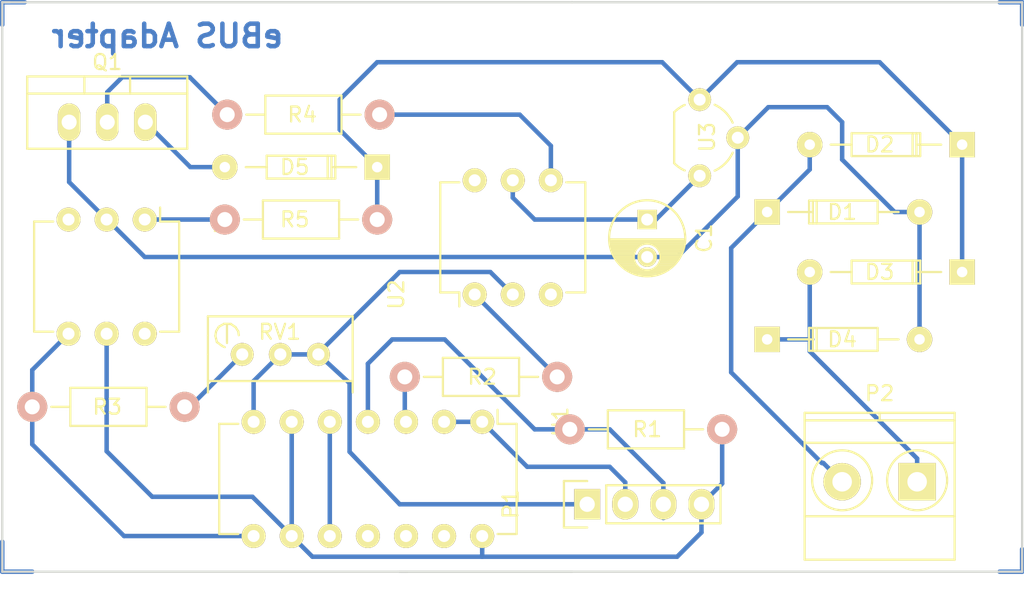
<source format=kicad_pcb>
(kicad_pcb (version 4) (host pcbnew 4.0.2-stable)

  (general
    (links 38)
    (no_connects 0)
    (area 11.924999 11.924999 80.075001 50.075001)
    (thickness 1.6)
    (drawings 10)
    (tracks 111)
    (zones 0)
    (modules 19)
    (nets 21)
  )

  (page A4)
  (layers
    (0 F.Cu signal)
    (31 B.Cu signal)
    (32 B.Adhes user)
    (33 F.Adhes user)
    (34 B.Paste user)
    (35 F.Paste user)
    (36 B.SilkS user)
    (37 F.SilkS user)
    (38 B.Mask user)
    (39 F.Mask user)
    (40 Dwgs.User user)
    (41 Cmts.User user)
    (42 Eco1.User user)
    (43 Eco2.User user)
    (44 Edge.Cuts user)
    (45 Margin user)
    (46 B.CrtYd user)
    (47 F.CrtYd user)
    (48 B.Fab user)
    (49 F.Fab user)
  )

  (setup
    (last_trace_width 0.3)
    (trace_clearance 0.2)
    (zone_clearance 0.508)
    (zone_45_only no)
    (trace_min 0.2)
    (segment_width 0.2)
    (edge_width 0.15)
    (via_size 0.6)
    (via_drill 0.4)
    (via_min_size 0.4)
    (via_min_drill 0.3)
    (uvia_size 0.3)
    (uvia_drill 0.1)
    (uvias_allowed no)
    (uvia_min_size 0.2)
    (uvia_min_drill 0.1)
    (pcb_text_width 0.3)
    (pcb_text_size 1.5 1.5)
    (mod_edge_width 0.15)
    (mod_text_size 1 1)
    (mod_text_width 0.15)
    (pad_size 1.524 1.524)
    (pad_drill 0.762)
    (pad_to_mask_clearance 0.2)
    (aux_axis_origin 0 0)
    (visible_elements FFFFFF7F)
    (pcbplotparams
      (layerselection 0x010f0_80000001)
      (usegerberextensions false)
      (excludeedgelayer true)
      (linewidth 0.100000)
      (plotframeref false)
      (viasonmask false)
      (mode 1)
      (useauxorigin false)
      (hpglpennumber 1)
      (hpglpenspeed 20)
      (hpglpendiameter 15)
      (hpglpenoverlay 2)
      (psnegative false)
      (psa4output false)
      (plotreference true)
      (plotvalue true)
      (plotinvisibletext false)
      (padsonsilk false)
      (subtractmaskfromsilk false)
      (outputformat 1)
      (mirror false)
      (drillshape 0)
      (scaleselection 1)
      (outputdirectory gerbers))
  )

  (net 0 "")
  (net 1 "Net-(C1-Pad1)")
  (net 2 "Net-(C1-Pad2)")
  (net 3 EBUS1)
  (net 4 EBUS2)
  (net 5 "Net-(D5-Pad2)")
  (net 6 "Net-(Q1-Pad2)")
  (net 7 VDD)
  (net 8 RXD)
  (net 9 "Net-(R2-Pad1)")
  (net 10 "Net-(R2-Pad2)")
  (net 11 "Net-(R3-Pad1)")
  (net 12 "Net-(R3-Pad2)")
  (net 13 "Net-(R4-Pad2)")
  (net 14 "Net-(R5-Pad2)")
  (net 15 GND)
  (net 16 TXD)
  (net 17 "Net-(U1-Pad10)")
  (net 18 "Net-(U2-Pad6)")
  (net 19 "Net-(U4-Pad6)")
  (net 20 "Net-(D2-Pad1)")

  (net_class Default "This is the default net class."
    (clearance 0.2)
    (trace_width 0.3)
    (via_dia 0.6)
    (via_drill 0.4)
    (uvia_dia 0.3)
    (uvia_drill 0.1)
    (add_net EBUS1)
    (add_net EBUS2)
    (add_net GND)
    (add_net "Net-(C1-Pad1)")
    (add_net "Net-(C1-Pad2)")
    (add_net "Net-(D2-Pad1)")
    (add_net "Net-(D5-Pad2)")
    (add_net "Net-(Q1-Pad2)")
    (add_net "Net-(R2-Pad1)")
    (add_net "Net-(R2-Pad2)")
    (add_net "Net-(R3-Pad1)")
    (add_net "Net-(R3-Pad2)")
    (add_net "Net-(R4-Pad2)")
    (add_net "Net-(R5-Pad2)")
    (add_net "Net-(U1-Pad10)")
    (add_net "Net-(U2-Pad6)")
    (add_net "Net-(U4-Pad6)")
    (add_net RXD)
    (add_net TXD)
    (add_net VDD)
  )

  (module Capacitors_ThroughHole:C_Radial_D5_L6_P2.5 (layer F.Cu) (tedit 0) (tstamp 57E43E4C)
    (at 55 26.5 270)
    (descr "Radial Electrolytic Capacitor Diameter 5mm x Length 6mm, Pitch 2.5mm")
    (tags "Electrolytic Capacitor")
    (path /57E435D0)
    (fp_text reference C1 (at 1.25 -3.8 270) (layer F.SilkS)
      (effects (font (size 1 1) (thickness 0.15)))
    )
    (fp_text value CP (at 1.25 3.8 270) (layer F.Fab)
      (effects (font (size 1 1) (thickness 0.15)))
    )
    (fp_line (start 1.325 -2.499) (end 1.325 2.499) (layer F.SilkS) (width 0.15))
    (fp_line (start 1.465 -2.491) (end 1.465 2.491) (layer F.SilkS) (width 0.15))
    (fp_line (start 1.605 -2.475) (end 1.605 -0.095) (layer F.SilkS) (width 0.15))
    (fp_line (start 1.605 0.095) (end 1.605 2.475) (layer F.SilkS) (width 0.15))
    (fp_line (start 1.745 -2.451) (end 1.745 -0.49) (layer F.SilkS) (width 0.15))
    (fp_line (start 1.745 0.49) (end 1.745 2.451) (layer F.SilkS) (width 0.15))
    (fp_line (start 1.885 -2.418) (end 1.885 -0.657) (layer F.SilkS) (width 0.15))
    (fp_line (start 1.885 0.657) (end 1.885 2.418) (layer F.SilkS) (width 0.15))
    (fp_line (start 2.025 -2.377) (end 2.025 -0.764) (layer F.SilkS) (width 0.15))
    (fp_line (start 2.025 0.764) (end 2.025 2.377) (layer F.SilkS) (width 0.15))
    (fp_line (start 2.165 -2.327) (end 2.165 -0.835) (layer F.SilkS) (width 0.15))
    (fp_line (start 2.165 0.835) (end 2.165 2.327) (layer F.SilkS) (width 0.15))
    (fp_line (start 2.305 -2.266) (end 2.305 -0.879) (layer F.SilkS) (width 0.15))
    (fp_line (start 2.305 0.879) (end 2.305 2.266) (layer F.SilkS) (width 0.15))
    (fp_line (start 2.445 -2.196) (end 2.445 -0.898) (layer F.SilkS) (width 0.15))
    (fp_line (start 2.445 0.898) (end 2.445 2.196) (layer F.SilkS) (width 0.15))
    (fp_line (start 2.585 -2.114) (end 2.585 -0.896) (layer F.SilkS) (width 0.15))
    (fp_line (start 2.585 0.896) (end 2.585 2.114) (layer F.SilkS) (width 0.15))
    (fp_line (start 2.725 -2.019) (end 2.725 -0.871) (layer F.SilkS) (width 0.15))
    (fp_line (start 2.725 0.871) (end 2.725 2.019) (layer F.SilkS) (width 0.15))
    (fp_line (start 2.865 -1.908) (end 2.865 -0.823) (layer F.SilkS) (width 0.15))
    (fp_line (start 2.865 0.823) (end 2.865 1.908) (layer F.SilkS) (width 0.15))
    (fp_line (start 3.005 -1.78) (end 3.005 -0.745) (layer F.SilkS) (width 0.15))
    (fp_line (start 3.005 0.745) (end 3.005 1.78) (layer F.SilkS) (width 0.15))
    (fp_line (start 3.145 -1.631) (end 3.145 -0.628) (layer F.SilkS) (width 0.15))
    (fp_line (start 3.145 0.628) (end 3.145 1.631) (layer F.SilkS) (width 0.15))
    (fp_line (start 3.285 -1.452) (end 3.285 -0.44) (layer F.SilkS) (width 0.15))
    (fp_line (start 3.285 0.44) (end 3.285 1.452) (layer F.SilkS) (width 0.15))
    (fp_line (start 3.425 -1.233) (end 3.425 1.233) (layer F.SilkS) (width 0.15))
    (fp_line (start 3.565 -0.944) (end 3.565 0.944) (layer F.SilkS) (width 0.15))
    (fp_line (start 3.705 -0.472) (end 3.705 0.472) (layer F.SilkS) (width 0.15))
    (fp_circle (center 2.5 0) (end 2.5 -0.9) (layer F.SilkS) (width 0.15))
    (fp_circle (center 1.25 0) (end 1.25 -2.5375) (layer F.SilkS) (width 0.15))
    (fp_circle (center 1.25 0) (end 1.25 -2.8) (layer F.CrtYd) (width 0.05))
    (pad 1 thru_hole rect (at 0 0 270) (size 1.3 1.3) (drill 0.8) (layers *.Cu *.Mask F.SilkS)
      (net 1 "Net-(C1-Pad1)"))
    (pad 2 thru_hole circle (at 2.5 0 270) (size 1.3 1.3) (drill 0.8) (layers *.Cu *.Mask F.SilkS)
      (net 2 "Net-(C1-Pad2)"))
    (model Capacitors_ThroughHole.3dshapes/C_Radial_D5_L6_P2.5.wrl
      (at (xyz 0.0492126 0 0))
      (scale (xyz 1 1 1))
      (rotate (xyz 0 0 90))
    )
  )

  (module Diodes_ThroughHole:Diode_DO-35_SOD27_Horizontal_RM10 (layer F.Cu) (tedit 57E4F0B9) (tstamp 57E43E5B)
    (at 63 26)
    (descr "Diode, DO-35,  SOD27, Horizontal, RM 10mm")
    (tags "Diode, DO-35, SOD27, Horizontal, RM 10mm, 1N4148,")
    (path /57E456DB)
    (fp_text reference D1 (at 5 0) (layer F.SilkS)
      (effects (font (size 1 1) (thickness 0.15)))
    )
    (fp_text value 1N4148 (at 5 1.5) (layer F.Fab)
      (effects (font (size 1 1) (thickness 0.15)))
    )
    (fp_line (start 7.36652 -0.00254) (end 8.76352 -0.00254) (layer F.SilkS) (width 0.15))
    (fp_line (start 2.92152 -0.00254) (end 1.39752 -0.00254) (layer F.SilkS) (width 0.15))
    (fp_line (start 3.30252 -0.76454) (end 3.30252 0.75946) (layer F.SilkS) (width 0.15))
    (fp_line (start 3.04852 -0.76454) (end 3.04852 0.75946) (layer F.SilkS) (width 0.15))
    (fp_line (start 2.79452 -0.00254) (end 2.79452 0.75946) (layer F.SilkS) (width 0.15))
    (fp_line (start 2.79452 0.75946) (end 7.36652 0.75946) (layer F.SilkS) (width 0.15))
    (fp_line (start 7.36652 0.75946) (end 7.36652 -0.76454) (layer F.SilkS) (width 0.15))
    (fp_line (start 7.36652 -0.76454) (end 2.79452 -0.76454) (layer F.SilkS) (width 0.15))
    (fp_line (start 2.79452 -0.76454) (end 2.79452 -0.00254) (layer F.SilkS) (width 0.15))
    (pad 2 thru_hole circle (at 10.16052 -0.00254 180) (size 1.69926 1.69926) (drill 0.70104) (layers *.Cu *.Mask F.SilkS)
      (net 2 "Net-(C1-Pad2)"))
    (pad 1 thru_hole rect (at 0.00052 -0.00254 180) (size 1.69926 1.69926) (drill 0.70104) (layers *.Cu *.Mask F.SilkS)
      (net 3 EBUS1))
    (model Diodes_ThroughHole.3dshapes/Diode_DO-35_SOD27_Horizontal_RM10.wrl
      (at (xyz 0.2 0 0))
      (scale (xyz 0.4 0.4 0.4))
      (rotate (xyz 0 0 180))
    )
  )

  (module Diodes_ThroughHole:Diode_DO-35_SOD27_Horizontal_RM10 (layer F.Cu) (tedit 57E4F0B7) (tstamp 57E43E6A)
    (at 76 21.5 180)
    (descr "Diode, DO-35,  SOD27, Horizontal, RM 10mm")
    (tags "Diode, DO-35, SOD27, Horizontal, RM 10mm, 1N4148,")
    (path /57E45729)
    (fp_text reference D2 (at 5.5 0 180) (layer F.SilkS)
      (effects (font (size 1 1) (thickness 0.15)))
    )
    (fp_text value 1N4148 (at 5 -1.5 180) (layer F.Fab)
      (effects (font (size 1 1) (thickness 0.15)))
    )
    (fp_line (start 7.36652 -0.00254) (end 8.76352 -0.00254) (layer F.SilkS) (width 0.15))
    (fp_line (start 2.92152 -0.00254) (end 1.39752 -0.00254) (layer F.SilkS) (width 0.15))
    (fp_line (start 3.30252 -0.76454) (end 3.30252 0.75946) (layer F.SilkS) (width 0.15))
    (fp_line (start 3.04852 -0.76454) (end 3.04852 0.75946) (layer F.SilkS) (width 0.15))
    (fp_line (start 2.79452 -0.00254) (end 2.79452 0.75946) (layer F.SilkS) (width 0.15))
    (fp_line (start 2.79452 0.75946) (end 7.36652 0.75946) (layer F.SilkS) (width 0.15))
    (fp_line (start 7.36652 0.75946) (end 7.36652 -0.76454) (layer F.SilkS) (width 0.15))
    (fp_line (start 7.36652 -0.76454) (end 2.79452 -0.76454) (layer F.SilkS) (width 0.15))
    (fp_line (start 2.79452 -0.76454) (end 2.79452 -0.00254) (layer F.SilkS) (width 0.15))
    (pad 2 thru_hole circle (at 10.16052 -0.00254) (size 1.69926 1.69926) (drill 0.70104) (layers *.Cu *.Mask F.SilkS)
      (net 3 EBUS1))
    (pad 1 thru_hole rect (at 0.00052 -0.00254) (size 1.69926 1.69926) (drill 0.70104) (layers *.Cu *.Mask F.SilkS)
      (net 20 "Net-(D2-Pad1)"))
    (model Diodes_ThroughHole.3dshapes/Diode_DO-35_SOD27_Horizontal_RM10.wrl
      (at (xyz 0.2 0 0))
      (scale (xyz 0.4 0.4 0.4))
      (rotate (xyz 0 0 180))
    )
  )

  (module Diodes_ThroughHole:Diode_DO-35_SOD27_Horizontal_RM10 (layer F.Cu) (tedit 57E4F0AC) (tstamp 57E43E79)
    (at 76 30 180)
    (descr "Diode, DO-35,  SOD27, Horizontal, RM 10mm")
    (tags "Diode, DO-35, SOD27, Horizontal, RM 10mm, 1N4148,")
    (path /57E45775)
    (fp_text reference D3 (at 5.5 0 180) (layer F.SilkS)
      (effects (font (size 1 1) (thickness 0.15)))
    )
    (fp_text value 1N4148 (at 5 -1.5 180) (layer F.Fab)
      (effects (font (size 1 1) (thickness 0.15)))
    )
    (fp_line (start 7.36652 -0.00254) (end 8.76352 -0.00254) (layer F.SilkS) (width 0.15))
    (fp_line (start 2.92152 -0.00254) (end 1.39752 -0.00254) (layer F.SilkS) (width 0.15))
    (fp_line (start 3.30252 -0.76454) (end 3.30252 0.75946) (layer F.SilkS) (width 0.15))
    (fp_line (start 3.04852 -0.76454) (end 3.04852 0.75946) (layer F.SilkS) (width 0.15))
    (fp_line (start 2.79452 -0.00254) (end 2.79452 0.75946) (layer F.SilkS) (width 0.15))
    (fp_line (start 2.79452 0.75946) (end 7.36652 0.75946) (layer F.SilkS) (width 0.15))
    (fp_line (start 7.36652 0.75946) (end 7.36652 -0.76454) (layer F.SilkS) (width 0.15))
    (fp_line (start 7.36652 -0.76454) (end 2.79452 -0.76454) (layer F.SilkS) (width 0.15))
    (fp_line (start 2.79452 -0.76454) (end 2.79452 -0.00254) (layer F.SilkS) (width 0.15))
    (pad 2 thru_hole circle (at 10.16052 -0.00254) (size 1.69926 1.69926) (drill 0.70104) (layers *.Cu *.Mask F.SilkS)
      (net 4 EBUS2))
    (pad 1 thru_hole rect (at 0.00052 -0.00254) (size 1.69926 1.69926) (drill 0.70104) (layers *.Cu *.Mask F.SilkS)
      (net 20 "Net-(D2-Pad1)"))
    (model Diodes_ThroughHole.3dshapes/Diode_DO-35_SOD27_Horizontal_RM10.wrl
      (at (xyz 0.2 0 0))
      (scale (xyz 0.4 0.4 0.4))
      (rotate (xyz 0 0 180))
    )
  )

  (module Diodes_ThroughHole:Diode_DO-35_SOD27_Horizontal_RM10 (layer F.Cu) (tedit 57E4F0A7) (tstamp 57E43E88)
    (at 63 34.5)
    (descr "Diode, DO-35,  SOD27, Horizontal, RM 10mm")
    (tags "Diode, DO-35, SOD27, Horizontal, RM 10mm, 1N4148,")
    (path /57E457DF)
    (fp_text reference D4 (at 5 0) (layer F.SilkS)
      (effects (font (size 1 1) (thickness 0.15)))
    )
    (fp_text value 1N4148 (at 5 1.5) (layer F.Fab)
      (effects (font (size 1 1) (thickness 0.15)))
    )
    (fp_line (start 7.36652 -0.00254) (end 8.76352 -0.00254) (layer F.SilkS) (width 0.15))
    (fp_line (start 2.92152 -0.00254) (end 1.39752 -0.00254) (layer F.SilkS) (width 0.15))
    (fp_line (start 3.30252 -0.76454) (end 3.30252 0.75946) (layer F.SilkS) (width 0.15))
    (fp_line (start 3.04852 -0.76454) (end 3.04852 0.75946) (layer F.SilkS) (width 0.15))
    (fp_line (start 2.79452 -0.00254) (end 2.79452 0.75946) (layer F.SilkS) (width 0.15))
    (fp_line (start 2.79452 0.75946) (end 7.36652 0.75946) (layer F.SilkS) (width 0.15))
    (fp_line (start 7.36652 0.75946) (end 7.36652 -0.76454) (layer F.SilkS) (width 0.15))
    (fp_line (start 7.36652 -0.76454) (end 2.79452 -0.76454) (layer F.SilkS) (width 0.15))
    (fp_line (start 2.79452 -0.76454) (end 2.79452 -0.00254) (layer F.SilkS) (width 0.15))
    (pad 2 thru_hole circle (at 10.16052 -0.00254 180) (size 1.69926 1.69926) (drill 0.70104) (layers *.Cu *.Mask F.SilkS)
      (net 2 "Net-(C1-Pad2)"))
    (pad 1 thru_hole rect (at 0.00052 -0.00254 180) (size 1.69926 1.69926) (drill 0.70104) (layers *.Cu *.Mask F.SilkS)
      (net 4 EBUS2))
    (model Diodes_ThroughHole.3dshapes/Diode_DO-35_SOD27_Horizontal_RM10.wrl
      (at (xyz 0.2 0 0))
      (scale (xyz 0.4 0.4 0.4))
      (rotate (xyz 0 0 180))
    )
  )

  (module Diodes_ThroughHole:Diode_DO-35_SOD27_Horizontal_RM10 (layer F.Cu) (tedit 57E4F10A) (tstamp 57E43E97)
    (at 37 23 180)
    (descr "Diode, DO-35,  SOD27, Horizontal, RM 10mm")
    (tags "Diode, DO-35, SOD27, Horizontal, RM 10mm, 1N4148,")
    (path /57E433F4)
    (fp_text reference D5 (at 5.5 0 180) (layer F.SilkS)
      (effects (font (size 1 1) (thickness 0.15)))
    )
    (fp_text value "ZPY7.5V 1.3W" (at 5 -1.5 180) (layer F.Fab)
      (effects (font (size 1 1) (thickness 0.15)))
    )
    (fp_line (start 7.36652 -0.00254) (end 8.76352 -0.00254) (layer F.SilkS) (width 0.15))
    (fp_line (start 2.92152 -0.00254) (end 1.39752 -0.00254) (layer F.SilkS) (width 0.15))
    (fp_line (start 3.30252 -0.76454) (end 3.30252 0.75946) (layer F.SilkS) (width 0.15))
    (fp_line (start 3.04852 -0.76454) (end 3.04852 0.75946) (layer F.SilkS) (width 0.15))
    (fp_line (start 2.79452 -0.00254) (end 2.79452 0.75946) (layer F.SilkS) (width 0.15))
    (fp_line (start 2.79452 0.75946) (end 7.36652 0.75946) (layer F.SilkS) (width 0.15))
    (fp_line (start 7.36652 0.75946) (end 7.36652 -0.76454) (layer F.SilkS) (width 0.15))
    (fp_line (start 7.36652 -0.76454) (end 2.79452 -0.76454) (layer F.SilkS) (width 0.15))
    (fp_line (start 2.79452 -0.76454) (end 2.79452 -0.00254) (layer F.SilkS) (width 0.15))
    (pad 2 thru_hole circle (at 10.16052 -0.00254) (size 1.69926 1.69926) (drill 0.70104) (layers *.Cu *.Mask F.SilkS)
      (net 5 "Net-(D5-Pad2)"))
    (pad 1 thru_hole rect (at 0.00052 -0.00254) (size 1.69926 1.69926) (drill 0.70104) (layers *.Cu *.Mask F.SilkS)
      (net 20 "Net-(D2-Pad1)"))
    (model Diodes_ThroughHole.3dshapes/Diode_DO-35_SOD27_Horizontal_RM10.wrl
      (at (xyz 0.2 0 0))
      (scale (xyz 0.4 0.4 0.4))
      (rotate (xyz 0 0 180))
    )
  )

  (module Resistors_ThroughHole:Resistor_Horizontal_RM10mm (layer F.Cu) (tedit 57E4F0CF) (tstamp 57E43EBB)
    (at 60 40.5 180)
    (descr "Resistor, Axial,  RM 10mm, 1/3W")
    (tags "Resistor Axial RM 10mm 1/3W")
    (path /57E4369F)
    (fp_text reference R1 (at 5 0 180) (layer F.SilkS)
      (effects (font (size 1 1) (thickness 0.15)))
    )
    (fp_text value 10k (at 5 -2 180) (layer F.Fab)
      (effects (font (size 1 1) (thickness 0.15)))
    )
    (fp_line (start -1.25 -1.5) (end 11.4 -1.5) (layer F.CrtYd) (width 0.05))
    (fp_line (start -1.25 1.5) (end -1.25 -1.5) (layer F.CrtYd) (width 0.05))
    (fp_line (start 11.4 -1.5) (end 11.4 1.5) (layer F.CrtYd) (width 0.05))
    (fp_line (start -1.25 1.5) (end 11.4 1.5) (layer F.CrtYd) (width 0.05))
    (fp_line (start 2.54 -1.27) (end 7.62 -1.27) (layer F.SilkS) (width 0.15))
    (fp_line (start 7.62 -1.27) (end 7.62 1.27) (layer F.SilkS) (width 0.15))
    (fp_line (start 7.62 1.27) (end 2.54 1.27) (layer F.SilkS) (width 0.15))
    (fp_line (start 2.54 1.27) (end 2.54 -1.27) (layer F.SilkS) (width 0.15))
    (fp_line (start 2.54 0) (end 1.27 0) (layer F.SilkS) (width 0.15))
    (fp_line (start 7.62 0) (end 8.89 0) (layer F.SilkS) (width 0.15))
    (pad 1 thru_hole circle (at 0 0 180) (size 1.99898 1.99898) (drill 1.00076) (layers *.Cu *.SilkS *.Mask)
      (net 7 VDD))
    (pad 2 thru_hole circle (at 10.16 0 180) (size 1.99898 1.99898) (drill 1.00076) (layers *.Cu *.SilkS *.Mask)
      (net 8 RXD))
    (model Resistors_ThroughHole.3dshapes/Resistor_Horizontal_RM10mm.wrl
      (at (xyz 0 0 0))
      (scale (xyz 0.4 0.4 0.4))
      (rotate (xyz 0 0 0))
    )
  )

  (module Resistors_ThroughHole:Resistor_Horizontal_RM10mm (layer F.Cu) (tedit 57E4F0EE) (tstamp 57E43ECB)
    (at 49 37 180)
    (descr "Resistor, Axial,  RM 10mm, 1/3W")
    (tags "Resistor Axial RM 10mm 1/3W")
    (path /57E43613)
    (fp_text reference R2 (at 5 0 180) (layer F.SilkS)
      (effects (font (size 1 1) (thickness 0.15)))
    )
    (fp_text value 470 (at 5 2 180) (layer F.Fab)
      (effects (font (size 1 1) (thickness 0.15)))
    )
    (fp_line (start -1.25 -1.5) (end 11.4 -1.5) (layer F.CrtYd) (width 0.05))
    (fp_line (start -1.25 1.5) (end -1.25 -1.5) (layer F.CrtYd) (width 0.05))
    (fp_line (start 11.4 -1.5) (end 11.4 1.5) (layer F.CrtYd) (width 0.05))
    (fp_line (start -1.25 1.5) (end 11.4 1.5) (layer F.CrtYd) (width 0.05))
    (fp_line (start 2.54 -1.27) (end 7.62 -1.27) (layer F.SilkS) (width 0.15))
    (fp_line (start 7.62 -1.27) (end 7.62 1.27) (layer F.SilkS) (width 0.15))
    (fp_line (start 7.62 1.27) (end 2.54 1.27) (layer F.SilkS) (width 0.15))
    (fp_line (start 2.54 1.27) (end 2.54 -1.27) (layer F.SilkS) (width 0.15))
    (fp_line (start 2.54 0) (end 1.27 0) (layer F.SilkS) (width 0.15))
    (fp_line (start 7.62 0) (end 8.89 0) (layer F.SilkS) (width 0.15))
    (pad 1 thru_hole circle (at 0 0 180) (size 1.99898 1.99898) (drill 1.00076) (layers *.Cu *.SilkS *.Mask)
      (net 9 "Net-(R2-Pad1)"))
    (pad 2 thru_hole circle (at 10.16 0 180) (size 1.99898 1.99898) (drill 1.00076) (layers *.Cu *.SilkS *.Mask)
      (net 10 "Net-(R2-Pad2)"))
    (model Resistors_ThroughHole.3dshapes/Resistor_Horizontal_RM10mm.wrl
      (at (xyz 0 0 0))
      (scale (xyz 0.4 0.4 0.4))
      (rotate (xyz 0 0 0))
    )
  )

  (module Resistors_ThroughHole:Resistor_Horizontal_RM10mm (layer F.Cu) (tedit 57E4F0F4) (tstamp 57E43EDB)
    (at 14 39)
    (descr "Resistor, Axial,  RM 10mm, 1/3W")
    (tags "Resistor Axial RM 10mm 1/3W")
    (path /57E43651)
    (fp_text reference R3 (at 5 0) (layer F.SilkS)
      (effects (font (size 1 1) (thickness 0.15)))
    )
    (fp_text value 1k (at 5 2) (layer F.Fab)
      (effects (font (size 1 1) (thickness 0.15)))
    )
    (fp_line (start -1.25 -1.5) (end 11.4 -1.5) (layer F.CrtYd) (width 0.05))
    (fp_line (start -1.25 1.5) (end -1.25 -1.5) (layer F.CrtYd) (width 0.05))
    (fp_line (start 11.4 -1.5) (end 11.4 1.5) (layer F.CrtYd) (width 0.05))
    (fp_line (start -1.25 1.5) (end 11.4 1.5) (layer F.CrtYd) (width 0.05))
    (fp_line (start 2.54 -1.27) (end 7.62 -1.27) (layer F.SilkS) (width 0.15))
    (fp_line (start 7.62 -1.27) (end 7.62 1.27) (layer F.SilkS) (width 0.15))
    (fp_line (start 7.62 1.27) (end 2.54 1.27) (layer F.SilkS) (width 0.15))
    (fp_line (start 2.54 1.27) (end 2.54 -1.27) (layer F.SilkS) (width 0.15))
    (fp_line (start 2.54 0) (end 1.27 0) (layer F.SilkS) (width 0.15))
    (fp_line (start 7.62 0) (end 8.89 0) (layer F.SilkS) (width 0.15))
    (pad 1 thru_hole circle (at 0 0) (size 1.99898 1.99898) (drill 1.00076) (layers *.Cu *.SilkS *.Mask)
      (net 11 "Net-(R3-Pad1)"))
    (pad 2 thru_hole circle (at 10.16 0) (size 1.99898 1.99898) (drill 1.00076) (layers *.Cu *.SilkS *.Mask)
      (net 12 "Net-(R3-Pad2)"))
    (model Resistors_ThroughHole.3dshapes/Resistor_Horizontal_RM10mm.wrl
      (at (xyz 0 0 0))
      (scale (xyz 0.4 0.4 0.4))
      (rotate (xyz 0 0 0))
    )
  )

  (module Resistors_ThroughHole:Resistor_Horizontal_RM10mm (layer F.Cu) (tedit 57E4F110) (tstamp 57E43EEB)
    (at 27 19.5)
    (descr "Resistor, Axial,  RM 10mm, 1/3W")
    (tags "Resistor Axial RM 10mm 1/3W")
    (path /57E434B6)
    (fp_text reference R4 (at 5 0) (layer F.SilkS)
      (effects (font (size 1 1) (thickness 0.15)))
    )
    (fp_text value 22k (at 5 2) (layer F.Fab)
      (effects (font (size 1 1) (thickness 0.15)))
    )
    (fp_line (start -1.25 -1.5) (end 11.4 -1.5) (layer F.CrtYd) (width 0.05))
    (fp_line (start -1.25 1.5) (end -1.25 -1.5) (layer F.CrtYd) (width 0.05))
    (fp_line (start 11.4 -1.5) (end 11.4 1.5) (layer F.CrtYd) (width 0.05))
    (fp_line (start -1.25 1.5) (end 11.4 1.5) (layer F.CrtYd) (width 0.05))
    (fp_line (start 2.54 -1.27) (end 7.62 -1.27) (layer F.SilkS) (width 0.15))
    (fp_line (start 7.62 -1.27) (end 7.62 1.27) (layer F.SilkS) (width 0.15))
    (fp_line (start 7.62 1.27) (end 2.54 1.27) (layer F.SilkS) (width 0.15))
    (fp_line (start 2.54 1.27) (end 2.54 -1.27) (layer F.SilkS) (width 0.15))
    (fp_line (start 2.54 0) (end 1.27 0) (layer F.SilkS) (width 0.15))
    (fp_line (start 7.62 0) (end 8.89 0) (layer F.SilkS) (width 0.15))
    (pad 1 thru_hole circle (at 0 0) (size 1.99898 1.99898) (drill 1.00076) (layers *.Cu *.SilkS *.Mask)
      (net 6 "Net-(Q1-Pad2)"))
    (pad 2 thru_hole circle (at 10.16 0) (size 1.99898 1.99898) (drill 1.00076) (layers *.Cu *.SilkS *.Mask)
      (net 13 "Net-(R4-Pad2)"))
    (model Resistors_ThroughHole.3dshapes/Resistor_Horizontal_RM10mm.wrl
      (at (xyz 0 0 0))
      (scale (xyz 0.4 0.4 0.4))
      (rotate (xyz 0 0 0))
    )
  )

  (module Resistors_ThroughHole:Resistor_Horizontal_RM10mm (layer F.Cu) (tedit 57E4F106) (tstamp 57E43EFB)
    (at 37 26.5 180)
    (descr "Resistor, Axial,  RM 10mm, 1/3W")
    (tags "Resistor Axial RM 10mm 1/3W")
    (path /57E434EC)
    (fp_text reference R5 (at 5.5 0 180) (layer F.SilkS)
      (effects (font (size 1 1) (thickness 0.15)))
    )
    (fp_text value 3k3 (at 5.5 -2 180) (layer F.Fab)
      (effects (font (size 1 1) (thickness 0.15)))
    )
    (fp_line (start -1.25 -1.5) (end 11.4 -1.5) (layer F.CrtYd) (width 0.05))
    (fp_line (start -1.25 1.5) (end -1.25 -1.5) (layer F.CrtYd) (width 0.05))
    (fp_line (start 11.4 -1.5) (end 11.4 1.5) (layer F.CrtYd) (width 0.05))
    (fp_line (start -1.25 1.5) (end 11.4 1.5) (layer F.CrtYd) (width 0.05))
    (fp_line (start 2.54 -1.27) (end 7.62 -1.27) (layer F.SilkS) (width 0.15))
    (fp_line (start 7.62 -1.27) (end 7.62 1.27) (layer F.SilkS) (width 0.15))
    (fp_line (start 7.62 1.27) (end 2.54 1.27) (layer F.SilkS) (width 0.15))
    (fp_line (start 2.54 1.27) (end 2.54 -1.27) (layer F.SilkS) (width 0.15))
    (fp_line (start 2.54 0) (end 1.27 0) (layer F.SilkS) (width 0.15))
    (fp_line (start 7.62 0) (end 8.89 0) (layer F.SilkS) (width 0.15))
    (pad 1 thru_hole circle (at 0 0 180) (size 1.99898 1.99898) (drill 1.00076) (layers *.Cu *.SilkS *.Mask)
      (net 20 "Net-(D2-Pad1)"))
    (pad 2 thru_hole circle (at 10.16 0 180) (size 1.99898 1.99898) (drill 1.00076) (layers *.Cu *.SilkS *.Mask)
      (net 14 "Net-(R5-Pad2)"))
    (model Resistors_ThroughHole.3dshapes/Resistor_Horizontal_RM10mm.wrl
      (at (xyz 0 0 0))
      (scale (xyz 0.4 0.4 0.4))
      (rotate (xyz 0 0 0))
    )
  )

  (module Potentiometers:Potentiometer_Bourns_3296W_3-8Zoll_Inline_ScrewUp (layer F.Cu) (tedit 57E4F0FA) (tstamp 57E43F13)
    (at 28 35.5 270)
    (descr "3296, 3/8, Square, Trimpot, Trimming, Potentiometer, Bourns")
    (tags "3296, 3/8, Square, Trimpot, Trimming, Potentiometer, Bourns")
    (path /57E43705)
    (fp_text reference RV1 (at -1.5 -2.5 360) (layer F.SilkS)
      (effects (font (size 1 1) (thickness 0.15)))
    )
    (fp_text value 20k (at 2.5 -3 360) (layer F.Fab)
      (effects (font (size 1 1) (thickness 0.15)))
    )
    (fp_line (start -2.032 1.016) (end -0.762 1.016) (layer F.SilkS) (width 0.15))
    (fp_line (start -1.2827 0.2286) (end -1.5367 0.2667) (layer F.SilkS) (width 0.15))
    (fp_line (start -1.5367 0.2667) (end -1.8161 0.4445) (layer F.SilkS) (width 0.15))
    (fp_line (start -1.8161 0.4445) (end -2.032 0.762) (layer F.SilkS) (width 0.15))
    (fp_line (start -2.032 0.762) (end -2.0447 1.2065) (layer F.SilkS) (width 0.15))
    (fp_line (start -2.0447 1.2065) (end -1.8415 1.5621) (layer F.SilkS) (width 0.15))
    (fp_line (start -1.8415 1.5621) (end -1.5494 1.7399) (layer F.SilkS) (width 0.15))
    (fp_line (start -1.5494 1.7399) (end -1.2319 1.7907) (layer F.SilkS) (width 0.15))
    (fp_line (start -1.2319 1.7907) (end -0.8255 1.6891) (layer F.SilkS) (width 0.15))
    (fp_line (start -0.8255 1.6891) (end -0.5715 1.3462) (layer F.SilkS) (width 0.15))
    (fp_line (start -0.5715 1.3462) (end -0.4826 1.1684) (layer F.SilkS) (width 0.15))
    (fp_line (start 1.778 -7.366) (end 1.778 2.286) (layer F.SilkS) (width 0.15))
    (fp_line (start -1.27 2.286) (end -2.54 2.286) (layer F.SilkS) (width 0.15))
    (fp_line (start -2.54 2.286) (end -2.54 -7.366) (layer F.SilkS) (width 0.15))
    (fp_line (start -2.54 -7.366) (end 2.54 -7.366) (layer F.SilkS) (width 0.15))
    (fp_line (start 2.54 2.286) (end 0 2.286) (layer F.SilkS) (width 0.15))
    (fp_line (start 0 2.286) (end -1.27 2.286) (layer F.SilkS) (width 0.15))
    (pad 2 thru_hole circle (at 0 -2.54 270) (size 1.524 1.524) (drill 0.8128) (layers *.Cu *.Mask F.SilkS)
      (net 15 GND))
    (pad 3 thru_hole circle (at 0 -5.08 270) (size 1.524 1.524) (drill 0.8128) (layers *.Cu *.Mask F.SilkS)
      (net 15 GND))
    (pad 1 thru_hole circle (at 0 0 270) (size 1.524 1.524) (drill 0.8128) (layers *.Cu *.Mask F.SilkS)
      (net 12 "Net-(R3-Pad2)"))
    (model Potentiometers.3dshapes/Potentiometer_Bourns_3296W_3-8Zoll_Inline_ScrewUp.wrl
      (at (xyz 0 0 0))
      (scale (xyz 1 1 1))
      (rotate (xyz 0 0 0))
    )
  )

  (module Housings_DIP:DIP-14_W7.62mm (layer F.Cu) (tedit 57E4F0D4) (tstamp 57E43F30)
    (at 44 40 270)
    (descr "14-lead dip package, row spacing 7.62 mm (300 mils)")
    (tags "dil dip 2.54 300")
    (path /57E43757)
    (fp_text reference U1 (at 0 -5.22 270) (layer F.SilkS)
      (effects (font (size 1 1) (thickness 0.15)))
    )
    (fp_text value 4011 (at 4 7.5 270) (layer F.Fab)
      (effects (font (size 1 1) (thickness 0.15)))
    )
    (fp_line (start -1.05 -2.45) (end -1.05 17.7) (layer F.CrtYd) (width 0.05))
    (fp_line (start 8.65 -2.45) (end 8.65 17.7) (layer F.CrtYd) (width 0.05))
    (fp_line (start -1.05 -2.45) (end 8.65 -2.45) (layer F.CrtYd) (width 0.05))
    (fp_line (start -1.05 17.7) (end 8.65 17.7) (layer F.CrtYd) (width 0.05))
    (fp_line (start 0.135 -2.295) (end 0.135 -1.025) (layer F.SilkS) (width 0.15))
    (fp_line (start 7.485 -2.295) (end 7.485 -1.025) (layer F.SilkS) (width 0.15))
    (fp_line (start 7.485 17.535) (end 7.485 16.265) (layer F.SilkS) (width 0.15))
    (fp_line (start 0.135 17.535) (end 0.135 16.265) (layer F.SilkS) (width 0.15))
    (fp_line (start 0.135 -2.295) (end 7.485 -2.295) (layer F.SilkS) (width 0.15))
    (fp_line (start 0.135 17.535) (end 7.485 17.535) (layer F.SilkS) (width 0.15))
    (fp_line (start 0.135 -1.025) (end -0.8 -1.025) (layer F.SilkS) (width 0.15))
    (pad 1 thru_hole oval (at 0 0 270) (size 1.6 1.6) (drill 0.8) (layers *.Cu *.Mask F.SilkS)
      (net 16 TXD))
    (pad 2 thru_hole oval (at 0 2.54 270) (size 1.6 1.6) (drill 0.8) (layers *.Cu *.Mask F.SilkS)
      (net 16 TXD))
    (pad 3 thru_hole oval (at 0 5.08 270) (size 1.6 1.6) (drill 0.8) (layers *.Cu *.Mask F.SilkS)
      (net 10 "Net-(R2-Pad2)"))
    (pad 4 thru_hole oval (at 0 7.62 270) (size 1.6 1.6) (drill 0.8) (layers *.Cu *.Mask F.SilkS)
      (net 8 RXD))
    (pad 5 thru_hole oval (at 0 10.16 270) (size 1.6 1.6) (drill 0.8) (layers *.Cu *.Mask F.SilkS)
      (net 17 "Net-(U1-Pad10)"))
    (pad 6 thru_hole oval (at 0 12.7 270) (size 1.6 1.6) (drill 0.8) (layers *.Cu *.Mask F.SilkS)
      (net 7 VDD))
    (pad 7 thru_hole oval (at 0 15.24 270) (size 1.6 1.6) (drill 0.8) (layers *.Cu *.Mask F.SilkS)
      (net 15 GND))
    (pad 8 thru_hole oval (at 7.62 15.24 270) (size 1.6 1.6) (drill 0.8) (layers *.Cu *.Mask F.SilkS)
      (net 11 "Net-(R3-Pad1)"))
    (pad 9 thru_hole oval (at 7.62 12.7 270) (size 1.6 1.6) (drill 0.8) (layers *.Cu *.Mask F.SilkS)
      (net 7 VDD))
    (pad 10 thru_hole oval (at 7.62 10.16 270) (size 1.6 1.6) (drill 0.8) (layers *.Cu *.Mask F.SilkS)
      (net 17 "Net-(U1-Pad10)"))
    (pad 11 thru_hole oval (at 7.62 7.62 270) (size 1.6 1.6) (drill 0.8) (layers *.Cu *.Mask F.SilkS))
    (pad 12 thru_hole oval (at 7.62 5.08 270) (size 1.6 1.6) (drill 0.8) (layers *.Cu *.Mask F.SilkS))
    (pad 13 thru_hole oval (at 7.62 2.54 270) (size 1.6 1.6) (drill 0.8) (layers *.Cu *.Mask F.SilkS))
    (pad 14 thru_hole oval (at 7.62 0 270) (size 1.6 1.6) (drill 0.8) (layers *.Cu *.Mask F.SilkS)
      (net 7 VDD))
    (model Housings_DIP.3dshapes/DIP-14_W7.62mm.wrl
      (at (xyz 0 0 0))
      (scale (xyz 1 1 1))
      (rotate (xyz 0 0 0))
    )
  )

  (module Housings_DIP:DIP-6_W7.62mm (layer F.Cu) (tedit 57E4F0E5) (tstamp 57E43F45)
    (at 43.5 31.5 90)
    (descr "6-lead dip package, row spacing 7.62 mm (300 mils)")
    (tags "dil dip 2.54 300")
    (path /57E438AA)
    (fp_text reference U2 (at 0 -5.22 90) (layer F.SilkS)
      (effects (font (size 1 1) (thickness 0.15)))
    )
    (fp_text value CNY17-1 (at 4 2.5 180) (layer F.Fab)
      (effects (font (size 1 1) (thickness 0.15)))
    )
    (fp_line (start -1.05 -2.45) (end -1.05 7.55) (layer F.CrtYd) (width 0.05))
    (fp_line (start 8.65 -2.45) (end 8.65 7.55) (layer F.CrtYd) (width 0.05))
    (fp_line (start -1.05 -2.45) (end 8.65 -2.45) (layer F.CrtYd) (width 0.05))
    (fp_line (start -1.05 7.55) (end 8.65 7.55) (layer F.CrtYd) (width 0.05))
    (fp_line (start 0.135 -2.295) (end 0.135 -1.025) (layer F.SilkS) (width 0.15))
    (fp_line (start 7.485 -2.295) (end 7.485 -1.025) (layer F.SilkS) (width 0.15))
    (fp_line (start 7.485 7.375) (end 7.485 6.105) (layer F.SilkS) (width 0.15))
    (fp_line (start 0.135 7.375) (end 0.135 6.105) (layer F.SilkS) (width 0.15))
    (fp_line (start 0.135 -2.295) (end 7.485 -2.295) (layer F.SilkS) (width 0.15))
    (fp_line (start 0.135 7.375) (end 7.485 7.375) (layer F.SilkS) (width 0.15))
    (fp_line (start 0.135 -1.025) (end -0.8 -1.025) (layer F.SilkS) (width 0.15))
    (pad 1 thru_hole oval (at 0 0 90) (size 1.6 1.6) (drill 0.8) (layers *.Cu *.Mask F.SilkS)
      (net 9 "Net-(R2-Pad1)"))
    (pad 2 thru_hole oval (at 0 2.54 90) (size 1.6 1.6) (drill 0.8) (layers *.Cu *.Mask F.SilkS)
      (net 15 GND))
    (pad 3 thru_hole oval (at 0 5.08 90) (size 1.6 1.6) (drill 0.8) (layers *.Cu *.Mask F.SilkS))
    (pad 4 thru_hole oval (at 7.62 5.08 90) (size 1.6 1.6) (drill 0.8) (layers *.Cu *.Mask F.SilkS)
      (net 13 "Net-(R4-Pad2)"))
    (pad 5 thru_hole oval (at 7.62 2.54 90) (size 1.6 1.6) (drill 0.8) (layers *.Cu *.Mask F.SilkS)
      (net 1 "Net-(C1-Pad1)"))
    (pad 6 thru_hole oval (at 7.62 0 90) (size 1.6 1.6) (drill 0.8) (layers *.Cu *.Mask F.SilkS)
      (net 18 "Net-(U2-Pad6)"))
    (model Housings_DIP.3dshapes/DIP-6_W7.62mm.wrl
      (at (xyz 0 0 0))
      (scale (xyz 1 1 1))
      (rotate (xyz 0 0 0))
    )
  )

  (module Housings_DIP:DIP-6_W7.62mm (layer F.Cu) (tedit 57E4F11F) (tstamp 57E43F6A)
    (at 21.5 26.5 270)
    (descr "6-lead dip package, row spacing 7.62 mm (300 mils)")
    (tags "dil dip 2.54 300")
    (path /57E43851)
    (fp_text reference U4 (at 0 -5.22 270) (layer F.SilkS)
      (effects (font (size 1 1) (thickness 0.15)))
    )
    (fp_text value CNY17-1 (at 4 2 360) (layer F.Fab)
      (effects (font (size 1 1) (thickness 0.15)))
    )
    (fp_line (start -1.05 -2.45) (end -1.05 7.55) (layer F.CrtYd) (width 0.05))
    (fp_line (start 8.65 -2.45) (end 8.65 7.55) (layer F.CrtYd) (width 0.05))
    (fp_line (start -1.05 -2.45) (end 8.65 -2.45) (layer F.CrtYd) (width 0.05))
    (fp_line (start -1.05 7.55) (end 8.65 7.55) (layer F.CrtYd) (width 0.05))
    (fp_line (start 0.135 -2.295) (end 0.135 -1.025) (layer F.SilkS) (width 0.15))
    (fp_line (start 7.485 -2.295) (end 7.485 -1.025) (layer F.SilkS) (width 0.15))
    (fp_line (start 7.485 7.375) (end 7.485 6.105) (layer F.SilkS) (width 0.15))
    (fp_line (start 0.135 7.375) (end 0.135 6.105) (layer F.SilkS) (width 0.15))
    (fp_line (start 0.135 -2.295) (end 7.485 -2.295) (layer F.SilkS) (width 0.15))
    (fp_line (start 0.135 7.375) (end 7.485 7.375) (layer F.SilkS) (width 0.15))
    (fp_line (start 0.135 -1.025) (end -0.8 -1.025) (layer F.SilkS) (width 0.15))
    (pad 1 thru_hole oval (at 0 0 270) (size 1.6 1.6) (drill 0.8) (layers *.Cu *.Mask F.SilkS)
      (net 14 "Net-(R5-Pad2)"))
    (pad 2 thru_hole oval (at 0 2.54 270) (size 1.6 1.6) (drill 0.8) (layers *.Cu *.Mask F.SilkS)
      (net 2 "Net-(C1-Pad2)"))
    (pad 3 thru_hole oval (at 0 5.08 270) (size 1.6 1.6) (drill 0.8) (layers *.Cu *.Mask F.SilkS))
    (pad 4 thru_hole oval (at 7.62 5.08 270) (size 1.6 1.6) (drill 0.8) (layers *.Cu *.Mask F.SilkS)
      (net 11 "Net-(R3-Pad1)"))
    (pad 5 thru_hole oval (at 7.62 2.54 270) (size 1.6 1.6) (drill 0.8) (layers *.Cu *.Mask F.SilkS)
      (net 7 VDD))
    (pad 6 thru_hole oval (at 7.62 0 270) (size 1.6 1.6) (drill 0.8) (layers *.Cu *.Mask F.SilkS)
      (net 19 "Net-(U4-Pad6)"))
    (model Housings_DIP.3dshapes/DIP-6_W7.62mm.wrl
      (at (xyz 0 0 0))
      (scale (xyz 1 1 1))
      (rotate (xyz 0 0 0))
    )
  )

  (module Pin_Headers:Pin_Header_Straight_1x04 (layer F.Cu) (tedit 57E4F0D8) (tstamp 57E464F5)
    (at 51 45.5 90)
    (descr "Through hole pin header")
    (tags "pin header")
    (path /57E45F11)
    (fp_text reference P1 (at 0 -5.1 90) (layer F.SilkS)
      (effects (font (size 1 1) (thickness 0.15)))
    )
    (fp_text value RS232 (at -2.5 3.5 180) (layer F.Fab)
      (effects (font (size 1 1) (thickness 0.15)))
    )
    (fp_line (start -1.75 -1.75) (end -1.75 9.4) (layer F.CrtYd) (width 0.05))
    (fp_line (start 1.75 -1.75) (end 1.75 9.4) (layer F.CrtYd) (width 0.05))
    (fp_line (start -1.75 -1.75) (end 1.75 -1.75) (layer F.CrtYd) (width 0.05))
    (fp_line (start -1.75 9.4) (end 1.75 9.4) (layer F.CrtYd) (width 0.05))
    (fp_line (start -1.27 1.27) (end -1.27 8.89) (layer F.SilkS) (width 0.15))
    (fp_line (start 1.27 1.27) (end 1.27 8.89) (layer F.SilkS) (width 0.15))
    (fp_line (start 1.55 -1.55) (end 1.55 0) (layer F.SilkS) (width 0.15))
    (fp_line (start -1.27 8.89) (end 1.27 8.89) (layer F.SilkS) (width 0.15))
    (fp_line (start 1.27 1.27) (end -1.27 1.27) (layer F.SilkS) (width 0.15))
    (fp_line (start -1.55 0) (end -1.55 -1.55) (layer F.SilkS) (width 0.15))
    (fp_line (start -1.55 -1.55) (end 1.55 -1.55) (layer F.SilkS) (width 0.15))
    (pad 1 thru_hole rect (at 0 0 90) (size 2.032 1.7272) (drill 1.016) (layers *.Cu *.Mask F.SilkS)
      (net 15 GND))
    (pad 2 thru_hole oval (at 0 2.54 90) (size 2.032 1.7272) (drill 1.016) (layers *.Cu *.Mask F.SilkS)
      (net 16 TXD))
    (pad 3 thru_hole oval (at 0 5.08 90) (size 2.032 1.7272) (drill 1.016) (layers *.Cu *.Mask F.SilkS)
      (net 8 RXD))
    (pad 4 thru_hole oval (at 0 7.62 90) (size 2.032 1.7272) (drill 1.016) (layers *.Cu *.Mask F.SilkS)
      (net 7 VDD))
    (model Pin_Headers.3dshapes/Pin_Header_Straight_1x04.wrl
      (at (xyz 0 -0.15 0))
      (scale (xyz 1 1 1))
      (rotate (xyz 0 0 90))
    )
  )

  (module TO_SOT_Packages_THT:TO-220_Neutral123_Vertical (layer F.Cu) (tedit 57E4F118) (tstamp 57E466B1)
    (at 19 20)
    (descr "TO-220, Neutral, Vertical,")
    (tags "TO-220, Neutral, Vertical,")
    (path /57E43564)
    (fp_text reference Q1 (at 0 -4) (layer F.SilkS)
      (effects (font (size 1 1) (thickness 0.15)))
    )
    (fp_text value BD645 (at 0 2.5) (layer F.Fab)
      (effects (font (size 1 1) (thickness 0.15)))
    )
    (fp_line (start -1.524 -3.048) (end -1.524 -1.905) (layer F.SilkS) (width 0.15))
    (fp_line (start 1.524 -3.048) (end 1.524 -1.905) (layer F.SilkS) (width 0.15))
    (fp_line (start 5.334 -1.905) (end 5.334 1.778) (layer F.SilkS) (width 0.15))
    (fp_line (start 5.334 1.778) (end -5.334 1.778) (layer F.SilkS) (width 0.15))
    (fp_line (start -5.334 1.778) (end -5.334 -1.905) (layer F.SilkS) (width 0.15))
    (fp_line (start 5.334 -3.048) (end 5.334 -1.905) (layer F.SilkS) (width 0.15))
    (fp_line (start 5.334 -1.905) (end -5.334 -1.905) (layer F.SilkS) (width 0.15))
    (fp_line (start -5.334 -1.905) (end -5.334 -3.048) (layer F.SilkS) (width 0.15))
    (fp_line (start 0 -3.048) (end -5.334 -3.048) (layer F.SilkS) (width 0.15))
    (fp_line (start 0 -3.048) (end 5.334 -3.048) (layer F.SilkS) (width 0.15))
    (pad 2 thru_hole oval (at 0 0 90) (size 2.49936 1.50114) (drill 1.00076) (layers *.Cu *.Mask F.SilkS)
      (net 6 "Net-(Q1-Pad2)"))
    (pad 1 thru_hole oval (at -2.54 0 90) (size 2.49936 1.50114) (drill 1.00076) (layers *.Cu *.Mask F.SilkS)
      (net 2 "Net-(C1-Pad2)"))
    (pad 3 thru_hole oval (at 2.54 0 90) (size 2.49936 1.50114) (drill 1.00076) (layers *.Cu *.Mask F.SilkS)
      (net 5 "Net-(D5-Pad2)"))
    (model TO_SOT_Packages_THT.3dshapes/TO-220_Neutral123_Vertical.wrl
      (at (xyz 0 0 0))
      (scale (xyz 0.3937 0.3937 0.3937))
      (rotate (xyz 0 0 0))
    )
  )

  (module TO_SOT_Packages_THT:TO-92_Molded_Wide (layer F.Cu) (tedit 57E4F0C4) (tstamp 57E46F2D)
    (at 58.5 18.5 270)
    (descr "TO-92 leads molded, wide, drill 0.8mm (see NXP sot054_po.pdf)")
    (tags "to-92 sc-43 sc-43a sot54 PA33 transistor")
    (path /57E4352D)
    (fp_text reference U3 (at 2.5 -0.5 450) (layer F.SilkS)
      (effects (font (size 1 1) (thickness 0.15)))
    )
    (fp_text value 78L05 (at 2.5 2.5 270) (layer F.Fab)
      (effects (font (size 1 1) (thickness 0.15)))
    )
    (fp_arc (start 2.54 0) (end 0.34 -1) (angle 41.11209044) (layer F.SilkS) (width 0.15))
    (fp_arc (start 2.54 0) (end 4.74 -1) (angle -41.11210221) (layer F.SilkS) (width 0.15))
    (fp_arc (start 2.54 0) (end 0.84 1.7) (angle 20.5) (layer F.SilkS) (width 0.15))
    (fp_arc (start 2.54 0) (end 4.24 1.7) (angle -20.5) (layer F.SilkS) (width 0.15))
    (fp_line (start -1 1.95) (end -1 -3.55) (layer F.CrtYd) (width 0.05))
    (fp_line (start -1 1.95) (end 6.1 1.95) (layer F.CrtYd) (width 0.05))
    (fp_line (start 0.84 1.7) (end 4.24 1.7) (layer F.SilkS) (width 0.15))
    (fp_line (start -1 -3.55) (end 6.1 -3.55) (layer F.CrtYd) (width 0.05))
    (fp_line (start 6.1 1.95) (end 6.1 -3.55) (layer F.CrtYd) (width 0.05))
    (pad 2 thru_hole circle (at 2.54 -2.54) (size 1.524 1.524) (drill 0.8) (layers *.Cu *.Mask F.SilkS)
      (net 2 "Net-(C1-Pad2)"))
    (pad 3 thru_hole circle (at 5.08 0) (size 1.524 1.524) (drill 0.8) (layers *.Cu *.Mask F.SilkS)
      (net 1 "Net-(C1-Pad1)"))
    (pad 1 thru_hole circle (at 0 0) (size 1.524 1.524) (drill 0.8) (layers *.Cu *.Mask F.SilkS)
      (net 20 "Net-(D2-Pad1)"))
    (model TO_SOT_Packages_THT.3dshapes/TO-92_Molded_Wide.wrl
      (at (xyz 0.1 0 0))
      (scale (xyz 1 1 1))
      (rotate (xyz 0 0 -90))
    )
  )

  (module Terminal_Blocks:TerminalBlock_Pheonix_MKDS1.5-2pol (layer F.Cu) (tedit 563007E4) (tstamp 57E7F2EC)
    (at 73 44 180)
    (descr "2-way 5mm pitch terminal block, Phoenix MKDS series")
    (path /57E45DDB)
    (fp_text reference P2 (at 2.5 5.9 180) (layer F.SilkS)
      (effects (font (size 1 1) (thickness 0.15)))
    )
    (fp_text value EBUS (at 2.5 -6.6 180) (layer F.Fab)
      (effects (font (size 1 1) (thickness 0.15)))
    )
    (fp_line (start -2.7 -5.4) (end 7.7 -5.4) (layer F.CrtYd) (width 0.05))
    (fp_line (start -2.7 4.8) (end -2.7 -5.4) (layer F.CrtYd) (width 0.05))
    (fp_line (start 7.7 4.8) (end -2.7 4.8) (layer F.CrtYd) (width 0.05))
    (fp_line (start 7.7 -5.4) (end 7.7 4.8) (layer F.CrtYd) (width 0.05))
    (fp_line (start 2.5 4.1) (end 2.5 4.6) (layer F.SilkS) (width 0.15))
    (fp_circle (center 5 0.1) (end 3 0.1) (layer F.SilkS) (width 0.15))
    (fp_circle (center 0 0.1) (end 2 0.1) (layer F.SilkS) (width 0.15))
    (fp_line (start -2.5 2.6) (end 7.5 2.6) (layer F.SilkS) (width 0.15))
    (fp_line (start -2.5 -2.3) (end 7.5 -2.3) (layer F.SilkS) (width 0.15))
    (fp_line (start -2.5 4.1) (end 7.5 4.1) (layer F.SilkS) (width 0.15))
    (fp_line (start -2.5 4.6) (end 7.5 4.6) (layer F.SilkS) (width 0.15))
    (fp_line (start 7.5 4.6) (end 7.5 -5.2) (layer F.SilkS) (width 0.15))
    (fp_line (start 7.5 -5.2) (end -2.5 -5.2) (layer F.SilkS) (width 0.15))
    (fp_line (start -2.5 -5.2) (end -2.5 4.6) (layer F.SilkS) (width 0.15))
    (pad 1 thru_hole rect (at 0 0 180) (size 2.5 2.5) (drill 1.3) (layers *.Cu *.Mask F.SilkS)
      (net 4 EBUS2))
    (pad 2 thru_hole circle (at 5 0 180) (size 2.5 2.5) (drill 1.3) (layers *.Cu *.Mask F.SilkS)
      (net 3 EBUS1))
    (model Terminal_Blocks.3dshapes/TerminalBlock_Pheonix_MKDS1.5-2pol.wrl
      (at (xyz 0.0984 0 0))
      (scale (xyz 1 1 1))
      (rotate (xyz 0 0 0))
    )
  )

  (gr_text "eBUS Adapter" (at 23 14.25) (layer B.Cu)
    (effects (font (size 1.5 1.5) (thickness 0.3)) (justify mirror))
  )
  (gr_line (start 38.5 50) (end 39 50) (angle 90) (layer Edge.Cuts) (width 0.15))
  (gr_line (start 39 50) (end 38.5 50) (angle 90) (layer Edge.Cuts) (width 0.15))
  (gr_line (start 80 50) (end 39 50) (angle 90) (layer Edge.Cuts) (width 0.15))
  (gr_line (start 80 12) (end 80 50) (angle 90) (layer Edge.Cuts) (width 0.15))
  (gr_line (start 50 12) (end 80 12) (angle 90) (layer Edge.Cuts) (width 0.15))
  (gr_line (start 12 12) (end 12.5 12) (angle 90) (layer Edge.Cuts) (width 0.15))
  (gr_line (start 12 50) (end 12 12) (angle 90) (layer Edge.Cuts) (width 0.15))
  (gr_line (start 50 50) (end 12 50) (angle 90) (layer Edge.Cuts) (width 0.15))
  (gr_line (start 12 12) (end 50 12) (angle 90) (layer Edge.Cuts) (width 0.15))

  (segment (start 12 48) (end 12 50) (width 0.3) (layer B.Cu) (net 0))
  (segment (start 12 50) (end 14 50) (width 0.3) (layer B.Cu) (net 0) (tstamp 57E4F7FC))
  (segment (start 78.5 50) (end 80 50) (width 0.3) (layer B.Cu) (net 0))
  (segment (start 80 50) (end 80 48.5) (width 0.3) (layer B.Cu) (net 0) (tstamp 57E4F7F9))
  (segment (start 78.5 12) (end 80 12) (width 0.3) (layer B.Cu) (net 0))
  (segment (start 80 12) (end 80 13.5) (width 0.3) (layer B.Cu) (net 0) (tstamp 57E4F7F6))
  (segment (start 12 13.5) (end 12 12) (width 0.3) (layer B.Cu) (net 0))
  (segment (start 12 12) (end 13.5 12) (width 0.3) (layer B.Cu) (net 0) (tstamp 57E4F7F3))
  (segment (start 46.04 23.88) (end 46.04 25.04) (width 0.3) (layer B.Cu) (net 1))
  (segment (start 47.5 26.5) (end 55.58 26.5) (width 0.3) (layer B.Cu) (net 1) (tstamp 57E4F42C))
  (segment (start 46.04 25.04) (end 47.5 26.5) (width 0.3) (layer B.Cu) (net 1) (tstamp 57E4F42B))
  (segment (start 55.58 26.5) (end 58.5 23.58) (width 0.3) (layer B.Cu) (net 1) (tstamp 57E4F42E))
  (segment (start 73.16052 34.49746) (end 73.16052 25.99746) (width 0.3) (layer B.Cu) (net 2))
  (segment (start 61.04 21.04) (end 61.04 24.96) (width 0.3) (layer B.Cu) (net 2))
  (segment (start 57 29) (end 55 29) (width 0.3) (layer B.Cu) (net 2) (tstamp 57E4F41E))
  (segment (start 61.04 24.96) (end 57 29) (width 0.3) (layer B.Cu) (net 2) (tstamp 57E4F41C))
  (segment (start 73.16052 25.99746) (end 71.49746 25.99746) (width 0.3) (layer B.Cu) (net 2))
  (segment (start 63.08 19) (end 61.04 21.04) (width 0.3) (layer B.Cu) (net 2) (tstamp 57E4F418))
  (segment (start 67 19) (end 63.08 19) (width 0.3) (layer B.Cu) (net 2) (tstamp 57E4F417))
  (segment (start 68 20) (end 67 19) (width 0.3) (layer B.Cu) (net 2) (tstamp 57E4F415))
  (segment (start 68 22.5) (end 68 20) (width 0.3) (layer B.Cu) (net 2) (tstamp 57E4F413))
  (segment (start 71.49746 25.99746) (end 68 22.5) (width 0.3) (layer B.Cu) (net 2) (tstamp 57E4F411))
  (segment (start 18.96 26.5) (end 19 26.5) (width 0.3) (layer B.Cu) (net 2))
  (segment (start 19 26.5) (end 21.5 29) (width 0.3) (layer B.Cu) (net 2) (tstamp 57E4F3E1))
  (segment (start 21.5 29) (end 55 29) (width 0.3) (layer B.Cu) (net 2) (tstamp 57E4F3E2))
  (segment (start 16.46 20) (end 16.46 24) (width 0.3) (layer B.Cu) (net 2))
  (segment (start 16.46 24) (end 18.96 26.5) (width 0.3) (layer B.Cu) (net 2) (tstamp 57E4F3CE))
  (segment (start 68 44) (end 66.750001 42.750001) (width 0.3) (layer B.Cu) (net 3))
  (segment (start 66.750001 42.750001) (end 66.650001 42.750001) (width 0.3) (layer B.Cu) (net 3))
  (segment (start 66.650001 42.750001) (end 60.6 36.7) (width 0.3) (layer B.Cu) (net 3))
  (segment (start 60.6 28.39798) (end 63.00052 25.99746) (width 0.3) (layer B.Cu) (net 3) (tstamp 57E4FF62))
  (segment (start 60.6 36.7) (end 60.6 28.39798) (width 0.3) (layer B.Cu) (net 3) (tstamp 57E4FF60))
  (segment (start 65.83948 21.50254) (end 65.83948 23.1585) (width 0.3) (layer B.Cu) (net 3))
  (segment (start 65.83948 23.1585) (end 63.00052 25.99746) (width 0.3) (layer B.Cu) (net 3) (tstamp 57E4F40E))
  (segment (start 73 44) (end 73 42.45) (width 0.3) (layer B.Cu) (net 4))
  (segment (start 73 42.45) (end 65.83948 35.28948) (width 0.3) (layer B.Cu) (net 4))
  (segment (start 65.83948 35.28948) (end 65.83948 34.33948) (width 0.3) (layer B.Cu) (net 4))
  (segment (start 63.00052 34.49746) (end 65.79746 34.49746) (width 0.3) (layer B.Cu) (net 4))
  (segment (start 65.79746 34.49746) (end 65.99746 34.49746) (width 0.3) (layer B.Cu) (net 4) (tstamp 57E4FF5C))
  (segment (start 65.83948 34.33948) (end 65.83948 30.00254) (width 0.3) (layer B.Cu) (net 4) (tstamp 57E4F3FE))
  (segment (start 65.99746 34.49746) (end 65.83948 34.33948) (width 0.3) (layer B.Cu) (net 4) (tstamp 57E4F403))
  (segment (start 26.83948 23.00254) (end 24.54254 23.00254) (width 0.3) (layer B.Cu) (net 5))
  (segment (start 24.54254 23.00254) (end 21.54 20) (width 0.3) (layer B.Cu) (net 5) (tstamp 57E4F3D3))
  (segment (start 19 20) (end 19 18) (width 0.3) (layer B.Cu) (net 6))
  (segment (start 24.5 17) (end 27 19.5) (width 0.3) (layer B.Cu) (net 6) (tstamp 57E4F3DA))
  (segment (start 20 17) (end 24.5 17) (width 0.3) (layer B.Cu) (net 6) (tstamp 57E4F3D9))
  (segment (start 19 18) (end 20 17) (width 0.3) (layer B.Cu) (net 6) (tstamp 57E4F3D7))
  (segment (start 31.3 47.62) (end 31.3 40) (width 0.3) (layer B.Cu) (net 7))
  (segment (start 44 47.62) (end 44 49) (width 0.3) (layer B.Cu) (net 7))
  (segment (start 58.62 45.5) (end 58.62 47.38) (width 0.3) (layer B.Cu) (net 7))
  (segment (start 32.68 49) (end 31.3 47.62) (width 0.3) (layer B.Cu) (net 7) (tstamp 57E4F500))
  (segment (start 57 49) (end 44 49) (width 0.3) (layer B.Cu) (net 7) (tstamp 57E4F4FE))
  (segment (start 44 49) (end 32.68 49) (width 0.3) (layer B.Cu) (net 7) (tstamp 57E4F506))
  (segment (start 58.62 47.38) (end 57 49) (width 0.3) (layer B.Cu) (net 7) (tstamp 57E4F4FC))
  (segment (start 18.96 34.12) (end 18.96 41.96) (width 0.3) (layer B.Cu) (net 7))
  (segment (start 18.96 41.96) (end 22 45) (width 0.3) (layer B.Cu) (net 7) (tstamp 57E4F49B))
  (segment (start 22 45) (end 28.68 45) (width 0.3) (layer B.Cu) (net 7) (tstamp 57E4F49D))
  (segment (start 28.68 45) (end 31.3 47.62) (width 0.3) (layer B.Cu) (net 7) (tstamp 57E4F49F))
  (segment (start 58.62 45.5) (end 58.5 45.5) (width 0.3) (layer B.Cu) (net 7))
  (segment (start 60 40.5) (end 60 44.12) (width 0.3) (layer B.Cu) (net 7))
  (segment (start 60 44.12) (end 58.62 45.5) (width 0.3) (layer B.Cu) (net 7) (tstamp 57E4F487))
  (segment (start 36.38 40) (end 36.38 36.12) (width 0.3) (layer B.Cu) (net 8))
  (segment (start 47.5 40.5) (end 49.84 40.5) (width 0.3) (layer B.Cu) (net 8) (tstamp 57E4F4F5))
  (segment (start 41.5 34.5) (end 47.5 40.5) (width 0.3) (layer B.Cu) (net 8) (tstamp 57E4F4F3))
  (segment (start 38 34.5) (end 41.5 34.5) (width 0.3) (layer B.Cu) (net 8) (tstamp 57E4F4F1))
  (segment (start 36.38 36.12) (end 38 34.5) (width 0.3) (layer B.Cu) (net 8) (tstamp 57E4F4EF))
  (segment (start 56.08 45.5) (end 56.08 44.08) (width 0.3) (layer B.Cu) (net 8))
  (segment (start 52.5 40.5) (end 49.84 40.5) (width 0.3) (layer B.Cu) (net 8) (tstamp 57E4F47C))
  (segment (start 56.08 44.08) (end 52.5 40.5) (width 0.3) (layer B.Cu) (net 8) (tstamp 57E4F47A))
  (segment (start 56.08 45.5) (end 56.08 46.42) (width 0.3) (layer B.Cu) (net 8))
  (segment (start 49 37) (end 43.5 31.5) (width 0.3) (layer B.Cu) (net 9))
  (segment (start 38.84 37) (end 38.84 39.92) (width 0.3) (layer B.Cu) (net 10))
  (segment (start 38.84 39.92) (end 38.92 40) (width 0.3) (layer B.Cu) (net 10) (tstamp 57E4F4EC))
  (segment (start 14 39) (end 14 36.54) (width 0.3) (layer B.Cu) (net 11))
  (segment (start 14 36.54) (end 16.42 34.12) (width 0.3) (layer B.Cu) (net 11) (tstamp 57E4F54D))
  (segment (start 28.76 47.62) (end 20.12 47.62) (width 0.3) (layer B.Cu) (net 11))
  (segment (start 14 41.5) (end 14 39) (width 0.3) (layer B.Cu) (net 11) (tstamp 57E4F549))
  (segment (start 20.12 47.62) (end 14 41.5) (width 0.3) (layer B.Cu) (net 11) (tstamp 57E4F547))
  (segment (start 24.16 39) (end 24.5 39) (width 0.3) (layer B.Cu) (net 12))
  (segment (start 24.5 39) (end 28 35.5) (width 0.3) (layer B.Cu) (net 12) (tstamp 57E4F4A2))
  (segment (start 37.16 19.5) (end 46.5 19.5) (width 0.3) (layer B.Cu) (net 13))
  (segment (start 48.58 21.58) (end 48.58 23.88) (width 0.3) (layer B.Cu) (net 13) (tstamp 57E4F43D))
  (segment (start 46.5 19.5) (end 48.58 21.58) (width 0.3) (layer B.Cu) (net 13) (tstamp 57E4F43B))
  (segment (start 21.5 26.5) (end 26.84 26.5) (width 0.3) (layer B.Cu) (net 14))
  (segment (start 51 45.5) (end 38.5 45.5) (width 0.3) (layer B.Cu) (net 15))
  (segment (start 35.16 37.42) (end 33.08 35.5) (width 0.3) (layer B.Cu) (net 15) (tstamp 57E4F566))
  (segment (start 35.16 42) (end 35.16 37.42) (width 0.3) (layer B.Cu) (net 15) (tstamp 57E4F564))
  (segment (start 38.5 45.5) (end 35.16 42) (width 0.3) (layer B.Cu) (net 15) (tstamp 57E4F562))
  (segment (start 33.08 35.5) (end 33 35.5) (width 0.3) (layer B.Cu) (net 15))
  (segment (start 44.54 30) (end 46.04 31.5) (width 0.3) (layer B.Cu) (net 15) (tstamp 57E4F55F))
  (segment (start 38.5 30) (end 44.54 30) (width 0.3) (layer B.Cu) (net 15) (tstamp 57E4F55D))
  (segment (start 33 35.5) (end 38.5 30) (width 0.3) (layer B.Cu) (net 15) (tstamp 57E4F55B))
  (segment (start 33.08 35.5) (end 30.54 35.5) (width 0.3) (layer B.Cu) (net 15))
  (segment (start 28.76 37.28) (end 30.54 35.5) (width 0.3) (layer B.Cu) (net 15) (tstamp 57E4F440))
  (segment (start 28.76 40) (end 28.76 37.28) (width 0.3) (layer B.Cu) (net 15))
  (segment (start 41.46 40) (end 44 40) (width 0.3) (layer B.Cu) (net 16))
  (segment (start 44 40) (end 47 43) (width 0.3) (layer B.Cu) (net 16) (tstamp 57E4F46A))
  (segment (start 47 43) (end 52.5 43) (width 0.3) (layer B.Cu) (net 16) (tstamp 57E4F46B))
  (segment (start 52.5 43) (end 53.54 44.04) (width 0.3) (layer B.Cu) (net 16) (tstamp 57E4F46D))
  (segment (start 53.54 44.04) (end 53.54 45.5) (width 0.3) (layer B.Cu) (net 16) (tstamp 57E4F46E))
  (segment (start 33.84 47.62) (end 33.84 40) (width 0.3) (layer B.Cu) (net 17))
  (segment (start 37 26.5) (end 37 23.00306) (width 0.3) (layer B.Cu) (net 20))
  (segment (start 37 23.00306) (end 34.5 20.50306) (width 0.3) (layer B.Cu) (net 20) (tstamp 57E4F431))
  (segment (start 34.5 20.50306) (end 34.5 18.5) (width 0.3) (layer B.Cu) (net 20) (tstamp 57E4F432))
  (segment (start 34.5 18.5) (end 37 16) (width 0.3) (layer B.Cu) (net 20) (tstamp 57E4F434))
  (segment (start 37 16) (end 56 16) (width 0.3) (layer B.Cu) (net 20) (tstamp 57E4F436))
  (segment (start 56 16) (end 58.5 18.5) (width 0.3) (layer B.Cu) (net 20) (tstamp 57E4F438))
  (segment (start 75.99948 30.00254) (end 75.99948 21.50254) (width 0.3) (layer B.Cu) (net 20))
  (segment (start 75.99948 21.50254) (end 70.49694 16) (width 0.3) (layer B.Cu) (net 20) (tstamp 57E4F424))
  (segment (start 70.49694 16) (end 61 16) (width 0.3) (layer B.Cu) (net 20) (tstamp 57E4F425))
  (segment (start 61 16) (end 58.5 18.5) (width 0.3) (layer B.Cu) (net 20) (tstamp 57E4F427))

)

</source>
